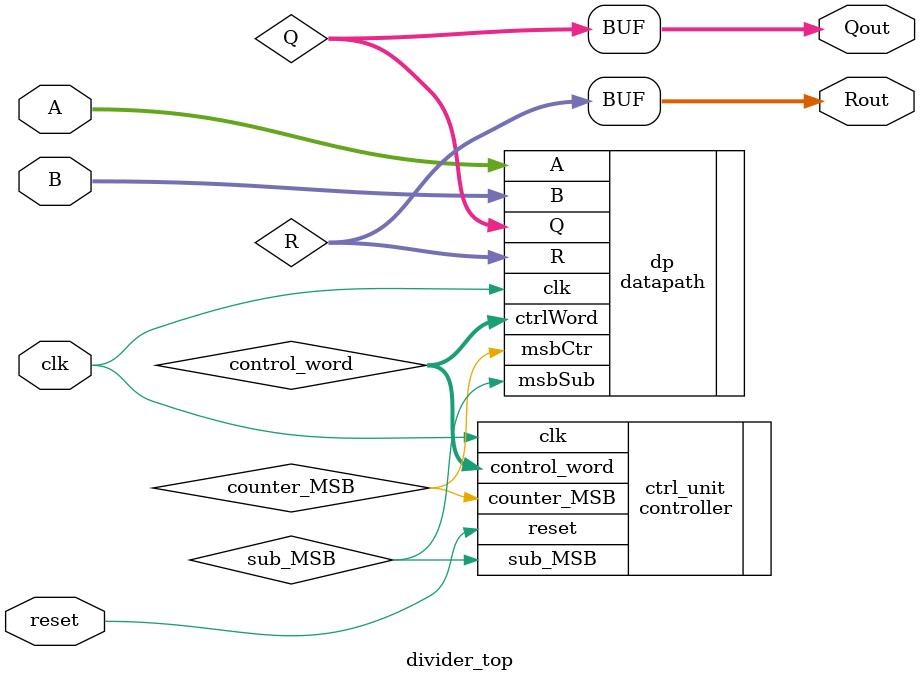
<source format=v>
`timescale 1ns / 1ps


module divider_top(
    input [nBit-1:0]A,
    input [nBit-1:0]B,
    input clk,
    input reset,
    output [nBit-1:0] Qout, 
    output [nBit-1:0] Rout
    );
    
    parameter nBit = 7;
    
    wire [14:0] control_word;
    wire sub_MSB, counter_MSB;
    wire [nBit-1:0] Q, R;
    
    
    datapath #(nBit) dp(.clk(clk), .A(A), .B(B), .ctrlWord(control_word), .msbSub(sub_MSB), .msbCtr(counter_MSB), .Q(Q),.R(R));
    controller ctrl_unit(.clk(clk), .reset(reset), .sub_MSB(sub_MSB), .counter_MSB(counter_MSB), .control_word(control_word));

    assign Qout = Q;
    assign Rout = R;
                                
 
endmodule
</source>
